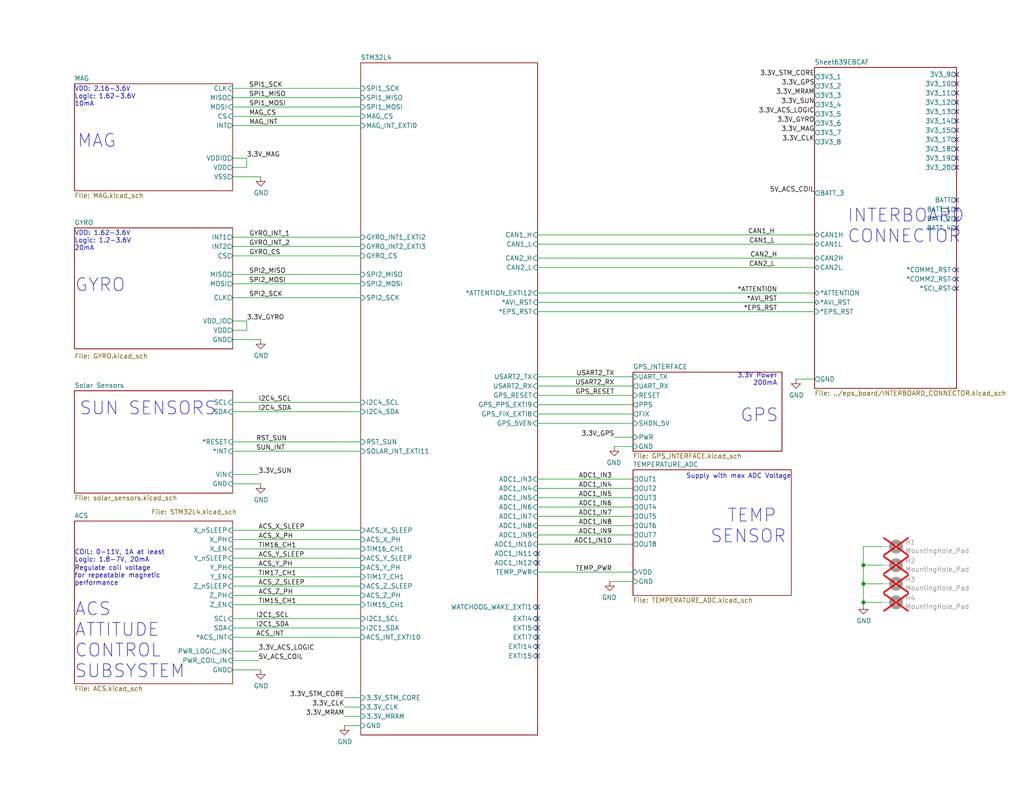
<source format=kicad_sch>
(kicad_sch (version 20231120) (generator "eeschema") (generator_version "8.0")
  (paper "A")
  (title_block (date "2020-04-24"))
  (lib_symbols
    (symbol "AVIONICS_BOARD-rescue:GND-power" (power) (pin_names (offset 0))
      (property "Value" "power_GND" (at 0 -3.81 0))
      (symbol "GND-power_0_1"
        (polyline (pts (xy 0 0) (xy 0 -1.27) (xy 1.27 -1.27) (xy 0 -2.54) (xy -1.27 -1.27) (xy 0 -1.27)))
      )
      (symbol "GND-power_1_1"
        (pin power_in line (at 0 0 270) (length 0) hide (name "GND") (number "1"))
      )
    )
    (symbol "Mechanical:MountingHole_Pad" (pin_numbers hide) (pin_names (offset 1.016) hide) (exclude_from_sim yes) (in_bom no)
      (property "Reference" "H" (at 0 6.35 0))
      (property "Value" "MountingHole_Pad" (at 0 4.445 0))
      (symbol "MountingHole_Pad_0_1"
        (circle (center 0 1.27) (radius 1.27) (stroke (width 1.27)))
      )
      (symbol "MountingHole_Pad_1_1"
        (pin input line (at 0 -2.54 90) (length 2.54) (name "1") (number "1"))
      )
    )
    (symbol "power:PWR_FLAG" (power) (pin_numbers hide) (pin_names (offset 0) hide)
      (property "Value" "PWR_FLAG" (at 0 3.81 0))
      (symbol "PWR_FLAG_0_0"
        (pin power_out line (at 0 0 90) (length 0) (name "~") (number "1"))
      )
      (symbol "PWR_FLAG_0_1"
        (polyline (pts (xy 0 0) (xy 0 1.27) (xy -1.016 1.905) (xy 0 2.54) (xy 1.016 1.905) (xy 0 1.27)))
      )
    )
  )
  (junction (at 235.585 159.385))
  (junction (at 235.585 154.305))
  (junction (at 235.585 164.465))
  (no_connect (at 146.685 173.99))
  (no_connect (at 260.985 35.56))
  (no_connect (at 260.985 78.74))
  (no_connect (at 260.985 62.23))
  (no_connect (at 146.685 171.45))
  (no_connect (at 260.985 27.94))
  (no_connect (at 146.685 153.67))
  (no_connect (at 260.985 59.69))
  (no_connect (at 260.985 30.48))
  (no_connect (at 146.685 151.13))
  (no_connect (at 260.985 20.32))
  (no_connect (at 260.985 43.18))
  (no_connect (at 260.985 76.2))
  (no_connect (at 146.685 165.735))
  (no_connect (at 260.985 45.72))
  (no_connect (at 260.985 73.66))
  (no_connect (at 260.985 38.1))
  (no_connect (at 260.985 57.15))
  (no_connect (at 146.685 179.07))
  (no_connect (at 146.685 176.53))
  (no_connect (at 146.685 168.91))
  (no_connect (at 260.985 22.86))
  (no_connect (at 260.985 40.64))
  (no_connect (at 260.985 33.02))
  (no_connect (at 260.985 25.4))
  (no_connect (at 260.985 54.61))
  (wire (pts (xy 146.685 140.97) (xy 172.72 140.97)))
  (wire (pts (xy 146.685 148.59) (xy 172.72 148.59)))
  (wire (pts (xy 146.685 73.025) (xy 222.25 73.025)))
  (wire (pts (xy 63.5 29.21) (xy 98.425 29.21)))
  (wire (pts (xy 70.485 180.34) (xy 63.5 180.34)))
  (wire (pts (xy 67.31 45.72) (xy 67.31 43.18)))
  (wire (pts (xy 172.72 121.92) (xy 167.64 121.92)))
  (wire (pts (xy 63.5 149.86) (xy 98.425 149.86)))
  (wire (pts (xy 63.5 31.75) (xy 98.425 31.75)))
  (wire (pts (xy 146.685 113.03) (xy 172.72 113.03)))
  (wire (pts (xy 63.5 81.28) (xy 98.425 81.28)))
  (wire (pts (xy 235.585 164.465) (xy 235.585 159.385)))
  (wire (pts (xy 146.685 143.51) (xy 172.72 143.51)))
  (wire (pts (xy 67.31 87.63) (xy 67.31 90.17)))
  (wire (pts (xy 314.96 181.61) (xy 322.58 181.61)))
  (wire (pts (xy 63.5 152.4) (xy 98.425 152.4)))
  (wire (pts (xy 146.685 82.55) (xy 222.25 82.55)))
  (wire (pts (xy 235.585 164.465) (xy 240.665 164.465)))
  (wire (pts (xy 63.5 48.26) (xy 71.12 48.26)))
  (wire (pts (xy 235.585 165.1) (xy 235.585 164.465)))
  (wire (pts (xy 217.17 103.505) (xy 222.25 103.505)))
  (wire (pts (xy 63.5 26.67) (xy 98.425 26.67)))
  (wire (pts (xy 63.5 154.94) (xy 98.425 154.94)))
  (wire (pts (xy 63.5 69.85) (xy 98.425 69.85)))
  (wire (pts (xy 235.585 159.385) (xy 240.665 159.385)))
  (wire (pts (xy 93.98 195.58) (xy 98.425 195.58)))
  (wire (pts (xy 63.5 67.31) (xy 98.425 67.31)))
  (wire (pts (xy 67.31 90.17) (xy 63.5 90.17)))
  (wire (pts (xy 63.5 77.47) (xy 98.425 77.47)))
  (wire (pts (xy 146.685 115.57) (xy 172.72 115.57)))
  (wire (pts (xy 63.5 112.395) (xy 98.425 112.395)))
  (wire (pts (xy 63.5 182.88) (xy 71.12 182.88)))
  (wire (pts (xy 172.72 158.75) (xy 166.37 158.75)))
  (wire (pts (xy 63.5 168.91) (xy 98.425 168.91)))
  (wire (pts (xy 63.5 171.45) (xy 98.425 171.45)))
  (wire (pts (xy 63.5 173.99) (xy 98.425 173.99)))
  (wire (pts (xy 63.5 144.78) (xy 98.425 144.78)))
  (wire (pts (xy 146.685 138.43) (xy 172.72 138.43)))
  (wire (pts (xy 63.5 34.29) (xy 98.425 34.29)))
  (wire (pts (xy 70.485 177.8) (xy 63.5 177.8)))
  (wire (pts (xy 63.5 45.72) (xy 67.31 45.72)))
  (wire (pts (xy 322.58 181.61) (xy 322.58 182.88)))
  (wire (pts (xy 63.5 109.855) (xy 98.425 109.855)))
  (wire (pts (xy 93.98 193.04) (xy 98.425 193.04)))
  (wire (pts (xy 235.585 149.225) (xy 240.665 149.225)))
  (wire (pts (xy 146.685 133.35) (xy 172.72 133.35)))
  (wire (pts (xy 146.685 146.05) (xy 172.72 146.05)))
  (wire (pts (xy 235.585 159.385) (xy 235.585 154.305)))
  (wire (pts (xy 63.5 147.32) (xy 98.425 147.32)))
  (wire (pts (xy 235.585 154.305) (xy 235.585 149.225)))
  (wire (pts (xy 146.685 80.01) (xy 222.25 80.01)))
  (wire (pts (xy 146.685 70.485) (xy 222.25 70.485)))
  (wire (pts (xy 93.98 190.5) (xy 98.425 190.5)))
  (wire (pts (xy 146.685 102.87) (xy 172.72 102.87)))
  (wire (pts (xy 146.685 85.09) (xy 222.25 85.09)))
  (wire (pts (xy 63.5 87.63) (xy 67.31 87.63)))
  (wire (pts (xy 63.5 165.1) (xy 98.425 165.1)))
  (wire (pts (xy 63.5 120.65) (xy 98.425 120.65)))
  (wire (pts (xy 146.685 105.41) (xy 172.72 105.41)))
  (wire (pts (xy 146.685 156.21) (xy 172.72 156.21)))
  (wire (pts (xy 63.5 123.19) (xy 98.425 123.19)))
  (wire (pts (xy 63.5 74.93) (xy 98.425 74.93)))
  (wire (pts (xy 93.98 198.12) (xy 98.425 198.12)))
  (wire (pts (xy 146.685 64.135) (xy 222.25 64.135)))
  (wire (pts (xy 146.685 135.89) (xy 172.72 135.89)))
  (wire (pts (xy 63.5 64.77) (xy 98.425 64.77)))
  (wire (pts (xy 63.5 24.13) (xy 98.425 24.13)))
  (wire (pts (xy 235.585 154.305) (xy 240.665 154.305)))
  (wire (pts (xy 146.685 130.81) (xy 172.72 130.81)))
  (wire (pts (xy 146.685 66.675) (xy 222.25 66.675)))
  (wire (pts (xy 146.685 110.49) (xy 172.72 110.49)))
  (wire (pts (xy 70.485 129.54) (xy 63.5 129.54)))
  (wire (pts (xy 146.685 107.95) (xy 172.72 107.95)))
  (wire (pts (xy 63.5 162.56) (xy 98.425 162.56)))
  (wire (pts (xy 63.5 132.08) (xy 71.12 132.08)))
  (wire (pts (xy 63.5 160.02) (xy 98.425 160.02)))
  (wire (pts (xy 63.5 157.48) (xy 98.425 157.48)))
  (wire (pts (xy 63.5 92.71) (xy 71.12 92.71)))
  (wire (pts (xy 167.64 119.38) (xy 172.72 119.38)))
  (wire (pts (xy 63.5 43.18) (xy 67.31 43.18)))
  (text "GYRO" (at 34.29 80.01 0) (effects (font (size 3.5052 3.5052)) (justify right bottom)))
  (text "VDD: 1.62-3.6V\nLogic: 1.2-3.6V\n20mA" (at 20.32 68.58 0) (effects (font (size 1.27 1.27)) (justify left bottom)))
  (text "Supply with max ADC Voltage\n" (at 215.9 130.81 0) (effects (font (size 1.27 1.27)) (justify right bottom)))
  (text "SUN SENSORS" (at 21.59 113.665 0) (effects (font (size 3.5052 3.5052)) (justify left bottom)))
  (text "GPS" (at 201.93 115.57 0) (effects (font (size 3.5052 3.5052)) (justify left bottom)))
  (text "TEMP \nSENSOR" (at 214.63 148.59 0) (effects (font (size 3.5052 3.5052)) (justify right bottom)))
  (text "INTERBOARD \nCONNECTOR\n" (at 231.14 66.675 0) (effects (font (size 3.5052 3.5052)) (justify left bottom)))
  (text "COIL: 0-11V, 1A at least\nLogic: 1.8-7V, 20mA" (at 20.32 153.67 0) (effects (font (size 1.27 1.27)) (justify left bottom)))
  (text "ACS\nATTITUDE \nCONTROL \nSUBSYSTEM" (at 20.32 185.42 0) (effects (font (size 3.5052 3.5052)) (justify left bottom)))
  (text "MAG" (at 31.75 40.64 0) (effects (font (size 3.5052 3.5052)) (justify right bottom)))
  (text "VDD: 2.16-3.6V\nLogic: 1.62-3.6V\n10mA" (at 20.32 29.21 0) (effects (font (size 1.27 1.27)) (justify left bottom)))
  (text "Regulate coil voltage \nfor repeatable magnetic \nperformance" (at 20.32 160.02 0) (effects (font (size 1.27 1.27)) (justify left bottom)))
  (text "3.3V Power\n200mA" (at 212.09 105.41 0) (effects (font (size 1.27 1.27)) (justify right bottom)))
  (label "CAN1_H" (at 211.455 64.135 180))
  (label "ADC1_IN9" (at 167.005 146.05 180))
  (label "ACS_Z_SLEEP" (at 70.485 160.02 0))
  (label "3.3V_STM_CORE" (at 320.675 143.51 180))
  (label "ADC1_IN7" (at 167.005 140.97 180))
  (label "CAN2_H" (at 212.09 70.485 180))
  (label "3.3V_MAG" (at 67.31 43.18 0))
  (label "3.3V_ACS_LOGIC" (at 320.675 153.67 180))
  (label "I2C1_SCL" (at 69.85 168.91 0))
  (label "3.3V_MRAM" (at 93.98 195.58 180))
  (label "GYRO_CS" (at 67.945 69.85 0))
  (label "I2C4_SCL" (at 70.485 109.855 0))
  (label "SPI1_MOSI" (at 67.945 29.21 0))
  (label "3.3V_GPS" (at 320.675 146.05 180))
  (label "3.3V_GYRO" (at 67.31 87.63 0))
  (label "3.3V_CLK" (at 93.98 193.04 180))
  (label "ACS_Z_PH" (at 70.485 162.56 0))
  (label "MAG_CS" (at 67.945 31.75 0))
  (label "5V_ACS_COIL" (at 70.485 180.34 0))
  (label "*AVI_RST" (at 212.09 82.55 180))
  (label "3.3V_MRAM" (at 222.25 26.035 180))
  (label "3.3V_CLK" (at 320.675 161.29 180))
  (label "3.3V_GPS" (at 167.64 119.38 180))
  (label "GPS_RESET" (at 167.64 107.95 180))
  (label "GYRO_INT_1" (at 67.945 64.77 0))
  (label "ADC1_IN3" (at 167.005 130.81 180))
  (label "TIM17_CH1" (at 70.485 157.48 0))
  (label "3.3V_SUN" (at 70.485 129.54 0))
  (label "*EPS_RST" (at 212.09 85.09 180))
  (label "SUN_INT" (at 69.85 123.19 0))
  (label "3.3V_SUN" (at 222.25 28.575 180))
  (label "SPI2_MISO" (at 67.945 74.93 0))
  (label "CAN2_L" (at 211.455 73.025 180))
  (label "ADC1_IN5" (at 167.005 135.89 180))
  (label "TIM15_CH1" (at 70.485 165.1 0))
  (label "ADC1_IN8" (at 167.005 143.51 180))
  (label "3.3V_MRAM" (at 320.675 148.59 180))
  (label "3.3V_GYRO" (at 320.675 156.21 180))
  (label "3.3V_MAG" (at 222.25 36.195 180))
  (label "TIM16_CH1" (at 70.485 149.86 0))
  (label "ACS_Y_SLEEP" (at 70.485 152.4 0))
  (label "ACS_X_SLEEP" (at 70.485 144.78 0))
  (label "SPI1_MISO" (at 67.945 26.67 0))
  (label "3.3V_STM_CORE" (at 93.98 190.5 180))
  (label "5V_ACS_COIL" (at 222.25 52.705 180))
  (label "3.3V_STM_CORE" (at 222.25 20.955 180))
  (label "3.3V_CLK" (at 222.25 38.735 180))
  (label "USART2_RX" (at 167.64 105.41 180))
  (label "ADC1_IN10" (at 167.005 148.59 180))
  (label "GYRO_INT_2" (at 67.945 67.31 0))
  (label "3.3V_SUN" (at 320.675 167.005 180))
  (label "I2C1_SDA" (at 69.85 171.45 0))
  (label "*ATTENTION" (at 212.09 80.01 180))
  (label "ADC1_IN4" (at 167.005 133.35 180))
  (label "3.3V_GYRO" (at 222.25 33.655 180))
  (label "ACS_X_PH" (at 70.485 147.32 0))
  (label "SPI1_SCK" (at 67.945 24.13 0))
  (label "3.3V_ACS_LOGIC" (at 222.25 31.115 180))
  (label "I2C4_SDA" (at 70.485 112.395 0))
  (label "3.3V_ACS_LOGIC" (at 70.485 177.8 0))
  (label "SPI2_MOSI" (at 67.945 77.47 0))
  (label "MAG_INT" (at 67.945 34.29 0))
  (label "SPI2_SCK" (at 67.945 81.28 0))
  (label "ADC1_IN6" (at 167.005 138.43 180))
  (label "ACS_INT" (at 69.85 173.99 0))
  (label "ACS_Y_PH" (at 70.485 154.94 0))
  (label "3.3V_GPS" (at 222.25 23.495 180))
  (label "3.3V_MAG" (at 320.675 158.75 180))
  (label "CAN1_L" (at 211.455 66.675 180))
  (label "TEMP_PWR" (at 167.005 156.21 180))
  (label "5V_ACS_COIL" (at 320.675 163.83 180))
  (label "RST_SUN" (at 69.85 120.65 0))
  (label "USART2_TX" (at 167.64 102.87 180))
  (symbol (lib_id "AVIONICS_BOARD-rescue:GND-power") (at 71.12 132.08 0) (unit 1)
    (property "Reference" "#PWR05" (effects (hide yes)))
    (property "Value" "GND" (at 71.247 136.4742 0))
  )
  (symbol (lib_id "AVIONICS_BOARD-rescue:GND-power") (at 71.12 48.26 0) (unit 1)
    (property "Reference" "#PWR01" (effects (hide yes)))
    (property "Value" "GND" (at 71.247 52.6542 0))
  )
  (symbol (lib_id "power:PWR_FLAG") (at 320.675 158.75 270) (unit 1)
    (property "Reference" "#FLG06" (effects (hide yes)))
    (property "Value" "PWR_FLAG" (at 324.485 158.7499 90) (effects (justify left)))
    (property "Description" "Special symbol for telling ERC where power comes from" (effects (hide yes)))
  )
  (symbol (lib_id "Mechanical:MountingHole_Pad") (at 243.205 159.385 270) (unit 1) (dnp yes)
    (property "Reference" "H3" (at 247.015 158.2166 90) (effects (justify left)))
    (property "Value" "MountingHole_Pad" (at 247.015 160.528 90) (effects (justify left)))
    (property "Footprint" "Project:MountingHole_4.3mm_M4_Pad_Via_Custom" (effects (hide yes)))
  )
  (symbol (lib_id "AVIONICS_BOARD-rescue:GND-power") (at 71.12 182.88 0) (unit 1)
    (property "Reference" "#PWR08" (effects (hide yes)))
    (property "Value" "GND" (at 71.247 187.2742 0))
  )
  (symbol (lib_id "AVIONICS_BOARD-rescue:GND-power") (at 322.58 182.88 0) (unit 1)
    (property "Reference" "#PWR09" (effects (hide yes)))
    (property "Value" "GND" (at 322.707 187.2742 0))
  )
  (symbol (lib_id "power:PWR_FLAG") (at 314.96 181.61 180) (unit 1)
    (property "Reference" "#FLG010" (effects (hide yes)))
    (property "Value" "PWR_FLAG" (at 314.96 186.69 0))
    (property "Description" "Special symbol for telling ERC where power comes from" (effects (hide yes)))
  )
  (symbol (lib_id "AVIONICS_BOARD-rescue:GND-power") (at 235.585 165.1 0) (unit 1)
    (property "Reference" "#PWR07" (effects (hide yes)))
    (property "Value" "GND" (at 235.712 169.4942 0))
  )
  (symbol (lib_id "power:PWR_FLAG") (at 320.675 153.67 270) (unit 1)
    (property "Reference" "#FLG04" (effects (hide yes)))
    (property "Value" "PWR_FLAG" (at 324.485 153.6699 90) (effects (justify left)))
    (property "Description" "Special symbol for telling ERC where power comes from" (effects (hide yes)))
  )
  (symbol (lib_id "AVIONICS_BOARD-rescue:GND-power") (at 71.12 92.71 0) (unit 1)
    (property "Reference" "#PWR02" (effects (hide yes)))
    (property "Value" "GND" (at 71.247 97.1042 0))
  )
  (symbol (lib_id "AVIONICS_BOARD-rescue:GND-power") (at 167.64 121.92 0) (mirror y) (unit 1)
    (property "Reference" "#PWR04" (effects (hide yes)))
    (property "Value" "GND" (at 167.513 126.3142 0))
  )
  (symbol (lib_id "power:PWR_FLAG") (at 320.675 161.29 270) (unit 1)
    (property "Reference" "#FLG07" (effects (hide yes)))
    (property "Value" "PWR_FLAG" (at 324.485 161.2899 90) (effects (justify left)))
    (property "Description" "Special symbol for telling ERC where power comes from" (effects (hide yes)))
  )
  (symbol (lib_id "Mechanical:MountingHole_Pad") (at 243.205 154.305 270) (unit 1) (dnp yes)
    (property "Reference" "H2" (at 247.015 153.1366 90) (effects (justify left)))
    (property "Value" "MountingHole_Pad" (at 247.015 155.448 90) (effects (justify left)))
    (property "Footprint" "Project:MountingHole_4.3mm_M4_Pad_Via_Custom" (effects (hide yes)))
  )
  (symbol (lib_id "power:PWR_FLAG") (at 320.675 167.005 270) (unit 1)
    (property "Reference" "#FLG09" (effects (hide yes)))
    (property "Value" "PWR_FLAG" (at 324.485 167.0049 90) (effects (justify left)))
    (property "Description" "Special symbol for telling ERC where power comes from" (effects (hide yes)))
  )
  (symbol (lib_id "AVIONICS_BOARD-rescue:GND-power") (at 166.37 158.75 0) (mirror y) (unit 1)
    (property "Reference" "#PWR06" (effects (hide yes)))
    (property "Value" "GND" (at 166.243 163.1442 0))
  )
  (symbol (lib_id "Mechanical:MountingHole_Pad") (at 243.205 164.465 270) (unit 1) (dnp yes)
    (property "Reference" "H4" (at 247.015 163.2966 90) (effects (justify left)))
    (property "Value" "MountingHole_Pad" (at 247.015 165.608 90) (effects (justify left)))
    (property "Footprint" "Project:MountingHole_4.3mm_M4_Pad_Via_Custom" (effects (hide yes)))
  )
  (symbol (lib_id "power:PWR_FLAG") (at 320.675 156.21 270) (unit 1)
    (property "Reference" "#FLG05" (effects (hide yes)))
    (property "Value" "PWR_FLAG" (at 324.485 156.2099 90) (effects (justify left)))
    (property "Description" "Special symbol for telling ERC where power comes from" (effects (hide yes)))
  )
  (symbol (lib_id "AVIONICS_BOARD-rescue:GND-power") (at 93.98 198.12 0) (unit 1)
    (property "Reference" "#PWR010" (effects (hide yes)))
    (property "Value" "GND" (at 94.107 202.5142 0))
  )
  (symbol (lib_id "power:PWR_FLAG") (at 320.675 146.05 270) (unit 1)
    (property "Reference" "#FLG02" (effects (hide yes)))
    (property "Value" "PWR_FLAG" (at 324.485 146.0499 90) (effects (justify left)))
    (property "Description" "Special symbol for telling ERC where power comes from" (effects (hide yes)))
  )
  (symbol (lib_id "power:PWR_FLAG") (at 320.675 148.59 270) (unit 1)
    (property "Reference" "#FLG03" (effects (hide yes)))
    (property "Value" "PWR_FLAG" (at 324.485 148.5899 90) (effects (justify left)))
    (property "Description" "Special symbol for telling ERC where power comes from" (effects (hide yes)))
  )
  (symbol (lib_id "power:PWR_FLAG") (at 320.675 163.83 270) (unit 1)
    (property "Reference" "#FLG08" (effects (hide yes)))
    (property "Value" "PWR_FLAG" (at 324.485 163.8299 90) (effects (justify left)))
    (property "Description" "Special symbol for telling ERC where power comes from" (effects (hide yes)))
  )
  (symbol (lib_id "AVIONICS_BOARD-rescue:GND-power") (at 217.17 103.505 0) (unit 1)
    (property "Reference" "#PWR03" (effects (hide yes)))
    (property "Value" "GND" (at 217.297 107.8992 0))
  )
  (symbol (lib_id "power:PWR_FLAG") (at 320.675 143.51 270) (unit 1)
    (property "Reference" "#FLG01" (effects (hide yes)))
    (property "Value" "PWR_FLAG" (at 324.485 143.5099 90) (effects (justify left)))
    (property "Description" "Special symbol for telling ERC where power comes from" (effects (hide yes)))
  )
  (symbol (lib_id "Mechanical:MountingHole_Pad") (at 243.205 149.225 270) (unit 1) (dnp yes)
    (property "Reference" "H1" (at 247.015 148.0566 90) (effects (justify left)))
    (property "Value" "MountingHole_Pad" (at 247.015 150.368 90) (effects (justify left)))
    (property "Footprint" "Project:MountingHole_4.3mm_M4_Pad_Via_Custom" (effects (hide yes)))
  )
  (sheet (at 98.425 17.145) (size 48.26 183.515)
    (property "Sheetname" "STM32L4" (at 98.425 16.4334 0) (effects (justify left bottom)))
    (property "Sheetfile" "STM32L4.kicad_sch" (at 41.275 139.0146 0) (effects (justify left top)))
    (pin "ADC1_IN5" input (at 146.685 135.89 0))
    (pin "ADC1_IN7" input (at 146.685 140.97 0))
    (pin "ADC1_IN6" input (at 146.685 138.43 0))
    (pin "ADC1_IN8" input (at 146.685 143.51 0))
    (pin "ADC1_IN9" input (at 146.685 146.05 0))
    (pin "ADC1_IN10" input (at 146.685 148.59 0))
    (pin "GPS_RESET" input (at 146.685 107.95 0))
    (pin "GYRO_CS" input (at 98.425 69.85 180))
    (pin "*EPS_RST" input (at 146.685 85.09 0))
    (pin "TIM16_CH1" input (at 98.425 149.86 180))
    (pin "TIM17_CH1" input (at 98.425 157.48 180))
    (pin "SPI2_MOSI" input (at 98.425 77.47 180))
    (pin "SPI2_SCK" input (at 98.425 81.28 180))
    (pin "SPI2_MISO" input (at 98.425 74.93 180))
    (pin "ADC1_IN3" input (at 146.685 130.81 0))
    (pin "ADC1_IN4" input (at 146.685 133.35 0))
    (pin "I2C1_SCL" input (at 98.425 168.91 180))
    (pin "I2C1_SDA" input (at 98.425 171.45 180))
    (pin "TIM15_CH1" input (at 98.425 165.1 180))
    (pin "TEMP_PWR" input (at 146.685 156.21 0))
    (pin "ACS_Z_SLEEP" input (at 98.425 160.02 180))
    (pin "RST_SUN" input (at 98.425 120.65 180))
    (pin "ACS_Y_PH" input (at 98.425 154.94 180))
    (pin "ACS_Z_PH" input (at 98.425 162.56 180))
    (pin "ACS_Y_SLEEP" input (at 98.425 152.4 180))
    (pin "SPI1_MISO" input (at 98.425 26.67 180))
    (pin "SPI1_MOSI" input (at 98.425 29.21 180))
    (pin "SPI1_SCK" input (at 98.425 24.13 180))
    (pin "I2C4_SCL" input (at 98.425 109.855 180))
    (pin "I2C4_SDA" input (at 98.425 112.395 180))
    (pin "MAG_CS" input (at 98.425 31.75 180))
    (pin "ACS_X_SLEEP" input (at 98.425 144.78 180))
    (pin "ACS_X_PH" input (at 98.425 147.32 180))
    (pin "USART2_RX" input (at 146.685 105.41 0))
    (pin "USART2_TX" input (at 146.685 102.87 0))
    (pin "CAN1_L" input (at 146.685 66.675 0))
    (pin "CAN1_H" input (at 146.685 64.135 0))
    (pin "CAN2_L" input (at 146.685 73.025 0))
    (pin "CAN2_H" input (at 146.685 70.485 0))
    (pin "*AVI_RST" input (at 146.685 82.55 0))
    (pin "3.3V_STM_CORE" input (at 98.425 190.5 180))
    (pin "3.3V_CLK" input (at 98.425 193.04 180))
    (pin "3.3V_MRAM" input (at 98.425 195.58 180))
    (pin "GND" input (at 98.425 198.12 180))
    (pin "GPS_5VEN" input (at 146.685 115.57 0))
    (pin "GYRO_INT1_EXTI2" input (at 98.425 64.77 180))
    (pin "GYRO_INT2_EXTI3" input (at 98.425 67.31 180))
    (pin "MAG_INT_EXTI0" input (at 98.425 34.29 180))
    (pin "GPS_FIX_EXTI8" input (at 146.685 113.03 0))
    (pin "GPS_PPS_EXTI9" input (at 146.685 110.49 0))
    (pin "*ATTENTION_EXTI12" input (at 146.685 80.01 0))
    (pin "WATCHDOG_WAKE_EXTI1" input (at 146.685 165.735 0))
    (pin "ACS_INT_EXTI10" input (at 98.425 173.99 180))
    (pin "SOLAR_INT_EXTI11" input (at 98.425 123.19 180))
    (pin "ADC1_IN11" input (at 146.685 151.13 0))
    (pin "ADC1_IN12" input (at 146.685 153.67 0))
    (pin "EXTI7" input (at 146.685 173.99 0))
    (pin "EXTI4" input (at 146.685 168.91 0))
    (pin "EXTI5" input (at 146.685 171.45 0))
    (pin "EXTI14" input (at 146.685 176.53 0))
    (pin "EXTI15" input (at 146.685 179.07 0))
  )
  (sheet (at 222.25 18.415) (size 38.735 87.63)
    (property "Sheetname" "Sheet639EBCAF" (at 222.25 17.7034 0) (effects (justify left bottom)))
    (property "Sheetfile" "../eps_board/INTERBOARD_CONNECTOR.kicad_sch" (at 222.25 106.6296 0) (effects (justify left top)))
    (pin "3V3_1" output (at 222.25 20.955 180))
    (pin "CAN1H" bidirectional (at 222.25 64.135 180))
    (pin "CAN1L" bidirectional (at 222.25 66.675 180))
    (pin "GND" output (at 222.25 103.505 180))
    (pin "3V3_2" output (at 222.25 23.495 180))
    (pin "3V3_3" output (at 222.25 26.035 180))
    (pin "3V3_4" output (at 222.25 28.575 180))
    (pin "3V3_5" output (at 222.25 31.115 180))
    (pin "3V3_6" output (at 222.25 33.655 180))
    (pin "3V3_7" output (at 222.25 36.195 180))
    (pin "3V3_8" output (at 222.25 38.735 180))
    (pin "3V3_9" output (at 260.985 20.32 0))
    (pin "3V3_10" output (at 260.985 22.86 0))
    (pin "3V3_11" output (at 260.985 25.4 0))
    (pin "3V3_12" output (at 260.985 27.94 0))
    (pin "BATT" output (at 260.985 54.61 0))
    (pin "CAN2H" bidirectional (at 222.25 70.485 180))
    (pin "CAN2L" bidirectional (at 222.25 73.025 180))
    (pin "3V3_13" output (at 260.985 30.48 0))
    (pin "*COMM1_RST" bidirectional (at 260.985 73.66 0))
    (pin "*AVI_RST" bidirectional (at 222.25 82.55 180))
    (pin "*COMM2_RST" bidirectional (at 260.985 76.2 0))
    (pin "*EPS_RST" input (at 222.25 85.09 180))
    (pin "BATT_2" output (at 260.985 59.69 0))
    (pin "BATT_1" output (at 260.985 57.15 0))
    (pin "*SCI_RST" bidirectional (at 260.985 78.74 0))
    (pin "*ATTENTION" bidirectional (at 222.25 80.01 180))
    (pin "3V3_14" output (at 260.985 33.02 0))
    (pin "BATT_4" output (at 260.985 62.23 0))
    (pin "3V3_18" output (at 260.985 40.64 0))
    (pin "3V3_20" output (at 260.985 45.72 0))
    (pin "BATT_3" output (at 222.25 52.705 180))
    (pin "3V3_17" output (at 260.985 38.1 0))
    (pin "3V3_19" output (at 260.985 43.18 0))
    (pin "3V3_15" output (at 260.985 35.56 0))
  )
  (sheet (at 20.32 142.24) (size 43.18 44.45)
    (property "Sheetname" "ACS" (at 20.32 141.5284 0) (effects (justify left bottom)))
    (property "Sheetfile" "ACS.kicad_sch" (at 20.32 187.2746 0) (effects (justify left top)))
    (pin "GND" output (at 63.5 182.88 0))
    (pin "X_nSLEEP" input (at 63.5 144.78 0))
    (pin "X_PH" input (at 63.5 147.32 0))
    (pin "X_EN" input (at 63.5 149.86 0))
    (pin "Y_nSLEEP" input (at 63.5 152.4 0))
    (pin "Y_PH" input (at 63.5 154.94 0))
    (pin "Y_EN" input (at 63.5 157.48 0))
    (pin "Z_nSLEEP" input (at 63.5 160.02 0))
    (pin "Z_PH" input (at 63.5 162.56 0))
    (pin "Z_EN" input (at 63.5 165.1 0))
    (pin "PWR_COIL_IN" input (at 63.5 180.34 0))
    (pin "PWR_LOGIC_IN" input (at 63.5 177.8 0))
    (pin "SCL" input (at 63.5 168.91 0))
    (pin "SDA" input (at 63.5 171.45 0))
    (pin "*ACS_INT" input (at 63.5 173.99 0))
  )
  (sheet (at 20.32 106.68) (size 43.18 27.94) (stroke (width 0.1524))
    (property "Sheetname" "Solar Sensors" (at 20.32 105.9684 0) (effects (justify left bottom)))
    (property "Sheetfile" "solar_sensors.kicad_sch" (at 20.32 135.2046 0) (effects (justify left top)))
    (pin "GND" input (at 63.5 132.08 0))
    (pin "VIN" input (at 63.5 129.54 0))
    (pin "SCL" input (at 63.5 109.855 0))
    (pin "*RESET" input (at 63.5 120.65 0))
    (pin "SDA" input (at 63.5 112.395 0))
    (pin "*INT" input (at 63.5 123.19 0))
  )
  (sheet (at 172.72 128.27) (size 43.18 34.29)
    (property "Sheetname" "TEMPERATURE_ADC" (at 172.72 127.5584 0) (effects (justify left bottom)))
    (property "Sheetfile" "TEMPERATURE_ADC.kicad_sch" (at 172.72 163.1446 0) (effects (justify left top)))
    (pin "VDD" input (at 172.72 156.21 180))
    (pin "OUT1" output (at 172.72 130.81 180))
    (pin "OUT2" output (at 172.72 133.35 180))
    (pin "OUT3" output (at 172.72 135.89 180))
    (pin "OUT4" output (at 172.72 138.43 180))
    (pin "OUT5" output (at 172.72 140.97 180))
    (pin "OUT6" output (at 172.72 143.51 180))
    (pin "OUT7" output (at 172.72 146.05 180))
    (pin "OUT8" output (at 172.72 148.59 180))
    (pin "GND" input (at 172.72 158.75 180))
  )
  (sheet (at 172.72 101.6) (size 40.64 21.59)
    (property "Sheetname" "GPS_INTERFACE" (at 172.72 100.8884 0) (effects (justify left bottom)))
    (property "Sheetfile" "GPS_INTERFACE.kicad_sch" (at 172.72 123.7746 0) (effects (justify left top)))
    (pin "PWR" input (at 172.72 119.38 180))
    (pin "GND" input (at 172.72 121.92 180))
    (pin "UART_TX" input (at 172.72 102.87 180))
    (pin "UART_RX" output (at 172.72 105.41 180))
    (pin "RESET" input (at 172.72 107.95 180))
    (pin "FIX" output (at 172.72 113.03 180))
    (pin "PPS" output (at 172.72 110.49 180))
    (pin "SHDN_5V" input (at 172.72 115.57 180))
  )
  (sheet (at 20.32 22.86) (size 43.18 29.21)
    (property "Sheetname" "MAG" (at 20.32 22.1484 0) (effects (justify left bottom)))
    (property "Sheetfile" "MAG.kicad_sch" (at 20.32 52.6546 0) (effects (justify left top)))
    (pin "VDD" output (at 63.5 45.72 0))
    (pin "VSS" output (at 63.5 48.26 0))
    (pin "CLK" input (at 63.5 24.13 0))
    (pin "CS" input (at 63.5 31.75 0))
    (pin "MISO" output (at 63.5 26.67 0))
    (pin "INT" output (at 63.5 34.29 0))
    (pin "MOSI" input (at 63.5 29.21 0))
    (pin "VDDIO" output (at 63.5 43.18 0))
  )
  (sheet (at 20.32 62.23) (size 43.18 33.02)
    (property "Sheetname" "GYRO" (at 20.32 61.5184 0) (effects (justify left bottom)))
    (property "Sheetfile" "GYRO.kicad_sch" (at 20.32 96.4696 0) (effects (justify left top)))
    (pin "VDD" output (at 63.5 90.17 0))
    (pin "CS" output (at 63.5 69.85 0))
    (pin "MISO" output (at 63.5 74.93 0))
    (pin "MOSI" output (at 63.5 77.47 0))
    (pin "CLK" output (at 63.5 81.28 0))
    (pin "VDD_IO" output (at 63.5 87.63 0))
    (pin "INT2" output (at 63.5 67.31 0))
    (pin "INT1" output (at 63.5 64.77 0))
    (pin "GND" output (at 63.5 92.71 0))
  )
)
</source>
